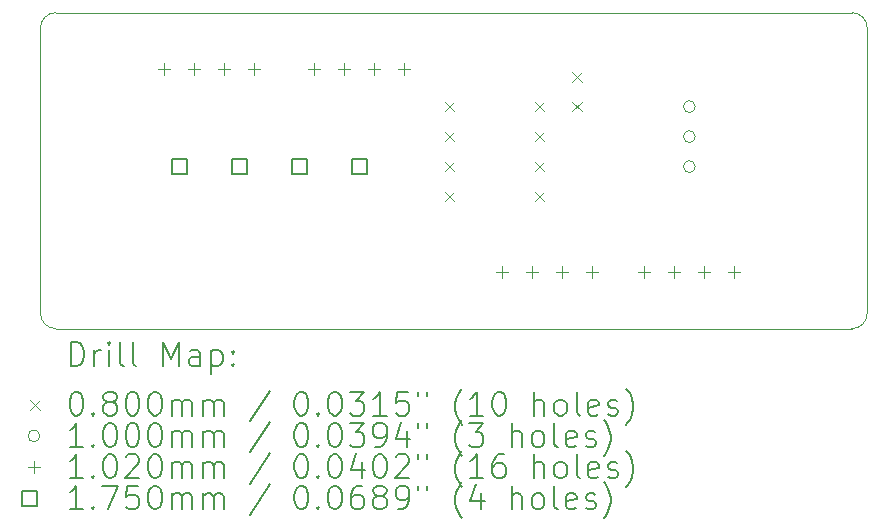
<source format=gbr>
%TF.GenerationSoftware,KiCad,Pcbnew,7.0.7+dfsg-1*%
%TF.CreationDate,2023-09-19T15:46:09+10:00*%
%TF.ProjectId,fan-controller,66616e2d-636f-46e7-9472-6f6c6c65722e,rev?*%
%TF.SameCoordinates,Original*%
%TF.FileFunction,Drillmap*%
%TF.FilePolarity,Positive*%
%FSLAX45Y45*%
G04 Gerber Fmt 4.5, Leading zero omitted, Abs format (unit mm)*
G04 Created by KiCad (PCBNEW 7.0.7+dfsg-1) date 2023-09-19 15:46:09*
%MOMM*%
%LPD*%
G01*
G04 APERTURE LIST*
%ADD10C,0.100000*%
%ADD11C,0.200000*%
%ADD12C,0.080000*%
%ADD13C,0.102000*%
%ADD14C,0.175000*%
G04 APERTURE END LIST*
D10*
X16870000Y-12675000D02*
G75*
G03*
X17000000Y-12545000I0J130000D01*
G01*
X10000000Y-10130000D02*
X10000000Y-12545000D01*
X10130000Y-10000000D02*
G75*
G03*
X10000000Y-10130000I0J-130000D01*
G01*
X16870000Y-10000000D02*
X10130000Y-10000000D01*
X17000000Y-10130000D02*
G75*
G03*
X16870000Y-10000000I-130000J0D01*
G01*
X10130000Y-12675000D02*
X16870000Y-12675000D01*
X17000000Y-12545000D02*
X17000000Y-10130000D01*
X10000000Y-12545000D02*
G75*
G03*
X10130000Y-12675000I130000J0D01*
G01*
D11*
D12*
X13422000Y-10755000D02*
X13502000Y-10835000D01*
X13502000Y-10755000D02*
X13422000Y-10835000D01*
X13422000Y-11009000D02*
X13502000Y-11089000D01*
X13502000Y-11009000D02*
X13422000Y-11089000D01*
X13422000Y-11263000D02*
X13502000Y-11343000D01*
X13502000Y-11263000D02*
X13422000Y-11343000D01*
X13422000Y-11517000D02*
X13502000Y-11597000D01*
X13502000Y-11517000D02*
X13422000Y-11597000D01*
X14184000Y-10755000D02*
X14264000Y-10835000D01*
X14264000Y-10755000D02*
X14184000Y-10835000D01*
X14184000Y-11009000D02*
X14264000Y-11089000D01*
X14264000Y-11009000D02*
X14184000Y-11089000D01*
X14184000Y-11263000D02*
X14264000Y-11343000D01*
X14264000Y-11263000D02*
X14184000Y-11343000D01*
X14184000Y-11517000D02*
X14264000Y-11597000D01*
X14264000Y-11517000D02*
X14184000Y-11597000D01*
X14501500Y-10503000D02*
X14581500Y-10583000D01*
X14581500Y-10503000D02*
X14501500Y-10583000D01*
X14501500Y-10753000D02*
X14581500Y-10833000D01*
X14581500Y-10753000D02*
X14501500Y-10833000D01*
D10*
X15544000Y-10795000D02*
G75*
G03*
X15544000Y-10795000I-50000J0D01*
G01*
X15544000Y-11049000D02*
G75*
G03*
X15544000Y-11049000I-50000J0D01*
G01*
X15544000Y-11303000D02*
G75*
G03*
X15544000Y-11303000I-50000J0D01*
G01*
D13*
X11049000Y-10426500D02*
X11049000Y-10528500D01*
X10998000Y-10477500D02*
X11100000Y-10477500D01*
X11303000Y-10426500D02*
X11303000Y-10528500D01*
X11252000Y-10477500D02*
X11354000Y-10477500D01*
X11557000Y-10426500D02*
X11557000Y-10528500D01*
X11506000Y-10477500D02*
X11608000Y-10477500D01*
X11811000Y-10426500D02*
X11811000Y-10528500D01*
X11760000Y-10477500D02*
X11862000Y-10477500D01*
X12319000Y-10426500D02*
X12319000Y-10528500D01*
X12268000Y-10477500D02*
X12370000Y-10477500D01*
X12573000Y-10426500D02*
X12573000Y-10528500D01*
X12522000Y-10477500D02*
X12624000Y-10477500D01*
X12827000Y-10426500D02*
X12827000Y-10528500D01*
X12776000Y-10477500D02*
X12878000Y-10477500D01*
X13081000Y-10426500D02*
X13081000Y-10528500D01*
X13030000Y-10477500D02*
X13132000Y-10477500D01*
X13906500Y-12141000D02*
X13906500Y-12243000D01*
X13855500Y-12192000D02*
X13957500Y-12192000D01*
X14160500Y-12141000D02*
X14160500Y-12243000D01*
X14109500Y-12192000D02*
X14211500Y-12192000D01*
X14414500Y-12141000D02*
X14414500Y-12243000D01*
X14363500Y-12192000D02*
X14465500Y-12192000D01*
X14668500Y-12141000D02*
X14668500Y-12243000D01*
X14617500Y-12192000D02*
X14719500Y-12192000D01*
X15113000Y-12141000D02*
X15113000Y-12243000D01*
X15062000Y-12192000D02*
X15164000Y-12192000D01*
X15367000Y-12141000D02*
X15367000Y-12243000D01*
X15316000Y-12192000D02*
X15418000Y-12192000D01*
X15621000Y-12141000D02*
X15621000Y-12243000D01*
X15570000Y-12192000D02*
X15672000Y-12192000D01*
X15875000Y-12141000D02*
X15875000Y-12243000D01*
X15824000Y-12192000D02*
X15926000Y-12192000D01*
D14*
X11237872Y-11364872D02*
X11237872Y-11241128D01*
X11114128Y-11241128D01*
X11114128Y-11364872D01*
X11237872Y-11364872D01*
X11745872Y-11364872D02*
X11745872Y-11241128D01*
X11622128Y-11241128D01*
X11622128Y-11364872D01*
X11745872Y-11364872D01*
X12253872Y-11364872D02*
X12253872Y-11241128D01*
X12130128Y-11241128D01*
X12130128Y-11364872D01*
X12253872Y-11364872D01*
X12761872Y-11364872D02*
X12761872Y-11241128D01*
X12638128Y-11241128D01*
X12638128Y-11364872D01*
X12761872Y-11364872D01*
D11*
X10255777Y-12991484D02*
X10255777Y-12791484D01*
X10255777Y-12791484D02*
X10303396Y-12791484D01*
X10303396Y-12791484D02*
X10331967Y-12801008D01*
X10331967Y-12801008D02*
X10351015Y-12820055D01*
X10351015Y-12820055D02*
X10360539Y-12839103D01*
X10360539Y-12839103D02*
X10370063Y-12877198D01*
X10370063Y-12877198D02*
X10370063Y-12905769D01*
X10370063Y-12905769D02*
X10360539Y-12943865D01*
X10360539Y-12943865D02*
X10351015Y-12962912D01*
X10351015Y-12962912D02*
X10331967Y-12981960D01*
X10331967Y-12981960D02*
X10303396Y-12991484D01*
X10303396Y-12991484D02*
X10255777Y-12991484D01*
X10455777Y-12991484D02*
X10455777Y-12858150D01*
X10455777Y-12896246D02*
X10465301Y-12877198D01*
X10465301Y-12877198D02*
X10474824Y-12867674D01*
X10474824Y-12867674D02*
X10493872Y-12858150D01*
X10493872Y-12858150D02*
X10512920Y-12858150D01*
X10579586Y-12991484D02*
X10579586Y-12858150D01*
X10579586Y-12791484D02*
X10570063Y-12801008D01*
X10570063Y-12801008D02*
X10579586Y-12810531D01*
X10579586Y-12810531D02*
X10589110Y-12801008D01*
X10589110Y-12801008D02*
X10579586Y-12791484D01*
X10579586Y-12791484D02*
X10579586Y-12810531D01*
X10703396Y-12991484D02*
X10684348Y-12981960D01*
X10684348Y-12981960D02*
X10674824Y-12962912D01*
X10674824Y-12962912D02*
X10674824Y-12791484D01*
X10808158Y-12991484D02*
X10789110Y-12981960D01*
X10789110Y-12981960D02*
X10779586Y-12962912D01*
X10779586Y-12962912D02*
X10779586Y-12791484D01*
X11036729Y-12991484D02*
X11036729Y-12791484D01*
X11036729Y-12791484D02*
X11103396Y-12934341D01*
X11103396Y-12934341D02*
X11170063Y-12791484D01*
X11170063Y-12791484D02*
X11170063Y-12991484D01*
X11351015Y-12991484D02*
X11351015Y-12886722D01*
X11351015Y-12886722D02*
X11341491Y-12867674D01*
X11341491Y-12867674D02*
X11322443Y-12858150D01*
X11322443Y-12858150D02*
X11284348Y-12858150D01*
X11284348Y-12858150D02*
X11265301Y-12867674D01*
X11351015Y-12981960D02*
X11331967Y-12991484D01*
X11331967Y-12991484D02*
X11284348Y-12991484D01*
X11284348Y-12991484D02*
X11265301Y-12981960D01*
X11265301Y-12981960D02*
X11255777Y-12962912D01*
X11255777Y-12962912D02*
X11255777Y-12943865D01*
X11255777Y-12943865D02*
X11265301Y-12924817D01*
X11265301Y-12924817D02*
X11284348Y-12915293D01*
X11284348Y-12915293D02*
X11331967Y-12915293D01*
X11331967Y-12915293D02*
X11351015Y-12905769D01*
X11446253Y-12858150D02*
X11446253Y-13058150D01*
X11446253Y-12867674D02*
X11465301Y-12858150D01*
X11465301Y-12858150D02*
X11503396Y-12858150D01*
X11503396Y-12858150D02*
X11522443Y-12867674D01*
X11522443Y-12867674D02*
X11531967Y-12877198D01*
X11531967Y-12877198D02*
X11541491Y-12896246D01*
X11541491Y-12896246D02*
X11541491Y-12953388D01*
X11541491Y-12953388D02*
X11531967Y-12972436D01*
X11531967Y-12972436D02*
X11522443Y-12981960D01*
X11522443Y-12981960D02*
X11503396Y-12991484D01*
X11503396Y-12991484D02*
X11465301Y-12991484D01*
X11465301Y-12991484D02*
X11446253Y-12981960D01*
X11627205Y-12972436D02*
X11636729Y-12981960D01*
X11636729Y-12981960D02*
X11627205Y-12991484D01*
X11627205Y-12991484D02*
X11617682Y-12981960D01*
X11617682Y-12981960D02*
X11627205Y-12972436D01*
X11627205Y-12972436D02*
X11627205Y-12991484D01*
X11627205Y-12867674D02*
X11636729Y-12877198D01*
X11636729Y-12877198D02*
X11627205Y-12886722D01*
X11627205Y-12886722D02*
X11617682Y-12877198D01*
X11617682Y-12877198D02*
X11627205Y-12867674D01*
X11627205Y-12867674D02*
X11627205Y-12886722D01*
D12*
X9915000Y-13280000D02*
X9995000Y-13360000D01*
X9995000Y-13280000D02*
X9915000Y-13360000D01*
D11*
X10293872Y-13211484D02*
X10312920Y-13211484D01*
X10312920Y-13211484D02*
X10331967Y-13221008D01*
X10331967Y-13221008D02*
X10341491Y-13230531D01*
X10341491Y-13230531D02*
X10351015Y-13249579D01*
X10351015Y-13249579D02*
X10360539Y-13287674D01*
X10360539Y-13287674D02*
X10360539Y-13335293D01*
X10360539Y-13335293D02*
X10351015Y-13373388D01*
X10351015Y-13373388D02*
X10341491Y-13392436D01*
X10341491Y-13392436D02*
X10331967Y-13401960D01*
X10331967Y-13401960D02*
X10312920Y-13411484D01*
X10312920Y-13411484D02*
X10293872Y-13411484D01*
X10293872Y-13411484D02*
X10274824Y-13401960D01*
X10274824Y-13401960D02*
X10265301Y-13392436D01*
X10265301Y-13392436D02*
X10255777Y-13373388D01*
X10255777Y-13373388D02*
X10246253Y-13335293D01*
X10246253Y-13335293D02*
X10246253Y-13287674D01*
X10246253Y-13287674D02*
X10255777Y-13249579D01*
X10255777Y-13249579D02*
X10265301Y-13230531D01*
X10265301Y-13230531D02*
X10274824Y-13221008D01*
X10274824Y-13221008D02*
X10293872Y-13211484D01*
X10446253Y-13392436D02*
X10455777Y-13401960D01*
X10455777Y-13401960D02*
X10446253Y-13411484D01*
X10446253Y-13411484D02*
X10436729Y-13401960D01*
X10436729Y-13401960D02*
X10446253Y-13392436D01*
X10446253Y-13392436D02*
X10446253Y-13411484D01*
X10570063Y-13297198D02*
X10551015Y-13287674D01*
X10551015Y-13287674D02*
X10541491Y-13278150D01*
X10541491Y-13278150D02*
X10531967Y-13259103D01*
X10531967Y-13259103D02*
X10531967Y-13249579D01*
X10531967Y-13249579D02*
X10541491Y-13230531D01*
X10541491Y-13230531D02*
X10551015Y-13221008D01*
X10551015Y-13221008D02*
X10570063Y-13211484D01*
X10570063Y-13211484D02*
X10608158Y-13211484D01*
X10608158Y-13211484D02*
X10627205Y-13221008D01*
X10627205Y-13221008D02*
X10636729Y-13230531D01*
X10636729Y-13230531D02*
X10646253Y-13249579D01*
X10646253Y-13249579D02*
X10646253Y-13259103D01*
X10646253Y-13259103D02*
X10636729Y-13278150D01*
X10636729Y-13278150D02*
X10627205Y-13287674D01*
X10627205Y-13287674D02*
X10608158Y-13297198D01*
X10608158Y-13297198D02*
X10570063Y-13297198D01*
X10570063Y-13297198D02*
X10551015Y-13306722D01*
X10551015Y-13306722D02*
X10541491Y-13316246D01*
X10541491Y-13316246D02*
X10531967Y-13335293D01*
X10531967Y-13335293D02*
X10531967Y-13373388D01*
X10531967Y-13373388D02*
X10541491Y-13392436D01*
X10541491Y-13392436D02*
X10551015Y-13401960D01*
X10551015Y-13401960D02*
X10570063Y-13411484D01*
X10570063Y-13411484D02*
X10608158Y-13411484D01*
X10608158Y-13411484D02*
X10627205Y-13401960D01*
X10627205Y-13401960D02*
X10636729Y-13392436D01*
X10636729Y-13392436D02*
X10646253Y-13373388D01*
X10646253Y-13373388D02*
X10646253Y-13335293D01*
X10646253Y-13335293D02*
X10636729Y-13316246D01*
X10636729Y-13316246D02*
X10627205Y-13306722D01*
X10627205Y-13306722D02*
X10608158Y-13297198D01*
X10770063Y-13211484D02*
X10789110Y-13211484D01*
X10789110Y-13211484D02*
X10808158Y-13221008D01*
X10808158Y-13221008D02*
X10817682Y-13230531D01*
X10817682Y-13230531D02*
X10827205Y-13249579D01*
X10827205Y-13249579D02*
X10836729Y-13287674D01*
X10836729Y-13287674D02*
X10836729Y-13335293D01*
X10836729Y-13335293D02*
X10827205Y-13373388D01*
X10827205Y-13373388D02*
X10817682Y-13392436D01*
X10817682Y-13392436D02*
X10808158Y-13401960D01*
X10808158Y-13401960D02*
X10789110Y-13411484D01*
X10789110Y-13411484D02*
X10770063Y-13411484D01*
X10770063Y-13411484D02*
X10751015Y-13401960D01*
X10751015Y-13401960D02*
X10741491Y-13392436D01*
X10741491Y-13392436D02*
X10731967Y-13373388D01*
X10731967Y-13373388D02*
X10722444Y-13335293D01*
X10722444Y-13335293D02*
X10722444Y-13287674D01*
X10722444Y-13287674D02*
X10731967Y-13249579D01*
X10731967Y-13249579D02*
X10741491Y-13230531D01*
X10741491Y-13230531D02*
X10751015Y-13221008D01*
X10751015Y-13221008D02*
X10770063Y-13211484D01*
X10960539Y-13211484D02*
X10979586Y-13211484D01*
X10979586Y-13211484D02*
X10998634Y-13221008D01*
X10998634Y-13221008D02*
X11008158Y-13230531D01*
X11008158Y-13230531D02*
X11017682Y-13249579D01*
X11017682Y-13249579D02*
X11027205Y-13287674D01*
X11027205Y-13287674D02*
X11027205Y-13335293D01*
X11027205Y-13335293D02*
X11017682Y-13373388D01*
X11017682Y-13373388D02*
X11008158Y-13392436D01*
X11008158Y-13392436D02*
X10998634Y-13401960D01*
X10998634Y-13401960D02*
X10979586Y-13411484D01*
X10979586Y-13411484D02*
X10960539Y-13411484D01*
X10960539Y-13411484D02*
X10941491Y-13401960D01*
X10941491Y-13401960D02*
X10931967Y-13392436D01*
X10931967Y-13392436D02*
X10922444Y-13373388D01*
X10922444Y-13373388D02*
X10912920Y-13335293D01*
X10912920Y-13335293D02*
X10912920Y-13287674D01*
X10912920Y-13287674D02*
X10922444Y-13249579D01*
X10922444Y-13249579D02*
X10931967Y-13230531D01*
X10931967Y-13230531D02*
X10941491Y-13221008D01*
X10941491Y-13221008D02*
X10960539Y-13211484D01*
X11112920Y-13411484D02*
X11112920Y-13278150D01*
X11112920Y-13297198D02*
X11122444Y-13287674D01*
X11122444Y-13287674D02*
X11141491Y-13278150D01*
X11141491Y-13278150D02*
X11170063Y-13278150D01*
X11170063Y-13278150D02*
X11189110Y-13287674D01*
X11189110Y-13287674D02*
X11198634Y-13306722D01*
X11198634Y-13306722D02*
X11198634Y-13411484D01*
X11198634Y-13306722D02*
X11208158Y-13287674D01*
X11208158Y-13287674D02*
X11227205Y-13278150D01*
X11227205Y-13278150D02*
X11255777Y-13278150D01*
X11255777Y-13278150D02*
X11274824Y-13287674D01*
X11274824Y-13287674D02*
X11284348Y-13306722D01*
X11284348Y-13306722D02*
X11284348Y-13411484D01*
X11379586Y-13411484D02*
X11379586Y-13278150D01*
X11379586Y-13297198D02*
X11389110Y-13287674D01*
X11389110Y-13287674D02*
X11408158Y-13278150D01*
X11408158Y-13278150D02*
X11436729Y-13278150D01*
X11436729Y-13278150D02*
X11455777Y-13287674D01*
X11455777Y-13287674D02*
X11465301Y-13306722D01*
X11465301Y-13306722D02*
X11465301Y-13411484D01*
X11465301Y-13306722D02*
X11474824Y-13287674D01*
X11474824Y-13287674D02*
X11493872Y-13278150D01*
X11493872Y-13278150D02*
X11522443Y-13278150D01*
X11522443Y-13278150D02*
X11541491Y-13287674D01*
X11541491Y-13287674D02*
X11551015Y-13306722D01*
X11551015Y-13306722D02*
X11551015Y-13411484D01*
X11941491Y-13201960D02*
X11770063Y-13459103D01*
X12198634Y-13211484D02*
X12217682Y-13211484D01*
X12217682Y-13211484D02*
X12236729Y-13221008D01*
X12236729Y-13221008D02*
X12246253Y-13230531D01*
X12246253Y-13230531D02*
X12255777Y-13249579D01*
X12255777Y-13249579D02*
X12265301Y-13287674D01*
X12265301Y-13287674D02*
X12265301Y-13335293D01*
X12265301Y-13335293D02*
X12255777Y-13373388D01*
X12255777Y-13373388D02*
X12246253Y-13392436D01*
X12246253Y-13392436D02*
X12236729Y-13401960D01*
X12236729Y-13401960D02*
X12217682Y-13411484D01*
X12217682Y-13411484D02*
X12198634Y-13411484D01*
X12198634Y-13411484D02*
X12179586Y-13401960D01*
X12179586Y-13401960D02*
X12170063Y-13392436D01*
X12170063Y-13392436D02*
X12160539Y-13373388D01*
X12160539Y-13373388D02*
X12151015Y-13335293D01*
X12151015Y-13335293D02*
X12151015Y-13287674D01*
X12151015Y-13287674D02*
X12160539Y-13249579D01*
X12160539Y-13249579D02*
X12170063Y-13230531D01*
X12170063Y-13230531D02*
X12179586Y-13221008D01*
X12179586Y-13221008D02*
X12198634Y-13211484D01*
X12351015Y-13392436D02*
X12360539Y-13401960D01*
X12360539Y-13401960D02*
X12351015Y-13411484D01*
X12351015Y-13411484D02*
X12341491Y-13401960D01*
X12341491Y-13401960D02*
X12351015Y-13392436D01*
X12351015Y-13392436D02*
X12351015Y-13411484D01*
X12484348Y-13211484D02*
X12503396Y-13211484D01*
X12503396Y-13211484D02*
X12522444Y-13221008D01*
X12522444Y-13221008D02*
X12531967Y-13230531D01*
X12531967Y-13230531D02*
X12541491Y-13249579D01*
X12541491Y-13249579D02*
X12551015Y-13287674D01*
X12551015Y-13287674D02*
X12551015Y-13335293D01*
X12551015Y-13335293D02*
X12541491Y-13373388D01*
X12541491Y-13373388D02*
X12531967Y-13392436D01*
X12531967Y-13392436D02*
X12522444Y-13401960D01*
X12522444Y-13401960D02*
X12503396Y-13411484D01*
X12503396Y-13411484D02*
X12484348Y-13411484D01*
X12484348Y-13411484D02*
X12465301Y-13401960D01*
X12465301Y-13401960D02*
X12455777Y-13392436D01*
X12455777Y-13392436D02*
X12446253Y-13373388D01*
X12446253Y-13373388D02*
X12436729Y-13335293D01*
X12436729Y-13335293D02*
X12436729Y-13287674D01*
X12436729Y-13287674D02*
X12446253Y-13249579D01*
X12446253Y-13249579D02*
X12455777Y-13230531D01*
X12455777Y-13230531D02*
X12465301Y-13221008D01*
X12465301Y-13221008D02*
X12484348Y-13211484D01*
X12617682Y-13211484D02*
X12741491Y-13211484D01*
X12741491Y-13211484D02*
X12674825Y-13287674D01*
X12674825Y-13287674D02*
X12703396Y-13287674D01*
X12703396Y-13287674D02*
X12722444Y-13297198D01*
X12722444Y-13297198D02*
X12731967Y-13306722D01*
X12731967Y-13306722D02*
X12741491Y-13325769D01*
X12741491Y-13325769D02*
X12741491Y-13373388D01*
X12741491Y-13373388D02*
X12731967Y-13392436D01*
X12731967Y-13392436D02*
X12722444Y-13401960D01*
X12722444Y-13401960D02*
X12703396Y-13411484D01*
X12703396Y-13411484D02*
X12646253Y-13411484D01*
X12646253Y-13411484D02*
X12627206Y-13401960D01*
X12627206Y-13401960D02*
X12617682Y-13392436D01*
X12931967Y-13411484D02*
X12817682Y-13411484D01*
X12874825Y-13411484D02*
X12874825Y-13211484D01*
X12874825Y-13211484D02*
X12855777Y-13240055D01*
X12855777Y-13240055D02*
X12836729Y-13259103D01*
X12836729Y-13259103D02*
X12817682Y-13268627D01*
X13112920Y-13211484D02*
X13017682Y-13211484D01*
X13017682Y-13211484D02*
X13008158Y-13306722D01*
X13008158Y-13306722D02*
X13017682Y-13297198D01*
X13017682Y-13297198D02*
X13036729Y-13287674D01*
X13036729Y-13287674D02*
X13084348Y-13287674D01*
X13084348Y-13287674D02*
X13103396Y-13297198D01*
X13103396Y-13297198D02*
X13112920Y-13306722D01*
X13112920Y-13306722D02*
X13122444Y-13325769D01*
X13122444Y-13325769D02*
X13122444Y-13373388D01*
X13122444Y-13373388D02*
X13112920Y-13392436D01*
X13112920Y-13392436D02*
X13103396Y-13401960D01*
X13103396Y-13401960D02*
X13084348Y-13411484D01*
X13084348Y-13411484D02*
X13036729Y-13411484D01*
X13036729Y-13411484D02*
X13017682Y-13401960D01*
X13017682Y-13401960D02*
X13008158Y-13392436D01*
X13198634Y-13211484D02*
X13198634Y-13249579D01*
X13274825Y-13211484D02*
X13274825Y-13249579D01*
X13570063Y-13487674D02*
X13560539Y-13478150D01*
X13560539Y-13478150D02*
X13541491Y-13449579D01*
X13541491Y-13449579D02*
X13531968Y-13430531D01*
X13531968Y-13430531D02*
X13522444Y-13401960D01*
X13522444Y-13401960D02*
X13512920Y-13354341D01*
X13512920Y-13354341D02*
X13512920Y-13316246D01*
X13512920Y-13316246D02*
X13522444Y-13268627D01*
X13522444Y-13268627D02*
X13531968Y-13240055D01*
X13531968Y-13240055D02*
X13541491Y-13221008D01*
X13541491Y-13221008D02*
X13560539Y-13192436D01*
X13560539Y-13192436D02*
X13570063Y-13182912D01*
X13751015Y-13411484D02*
X13636729Y-13411484D01*
X13693872Y-13411484D02*
X13693872Y-13211484D01*
X13693872Y-13211484D02*
X13674825Y-13240055D01*
X13674825Y-13240055D02*
X13655777Y-13259103D01*
X13655777Y-13259103D02*
X13636729Y-13268627D01*
X13874825Y-13211484D02*
X13893872Y-13211484D01*
X13893872Y-13211484D02*
X13912920Y-13221008D01*
X13912920Y-13221008D02*
X13922444Y-13230531D01*
X13922444Y-13230531D02*
X13931968Y-13249579D01*
X13931968Y-13249579D02*
X13941491Y-13287674D01*
X13941491Y-13287674D02*
X13941491Y-13335293D01*
X13941491Y-13335293D02*
X13931968Y-13373388D01*
X13931968Y-13373388D02*
X13922444Y-13392436D01*
X13922444Y-13392436D02*
X13912920Y-13401960D01*
X13912920Y-13401960D02*
X13893872Y-13411484D01*
X13893872Y-13411484D02*
X13874825Y-13411484D01*
X13874825Y-13411484D02*
X13855777Y-13401960D01*
X13855777Y-13401960D02*
X13846253Y-13392436D01*
X13846253Y-13392436D02*
X13836729Y-13373388D01*
X13836729Y-13373388D02*
X13827206Y-13335293D01*
X13827206Y-13335293D02*
X13827206Y-13287674D01*
X13827206Y-13287674D02*
X13836729Y-13249579D01*
X13836729Y-13249579D02*
X13846253Y-13230531D01*
X13846253Y-13230531D02*
X13855777Y-13221008D01*
X13855777Y-13221008D02*
X13874825Y-13211484D01*
X14179587Y-13411484D02*
X14179587Y-13211484D01*
X14265301Y-13411484D02*
X14265301Y-13306722D01*
X14265301Y-13306722D02*
X14255777Y-13287674D01*
X14255777Y-13287674D02*
X14236730Y-13278150D01*
X14236730Y-13278150D02*
X14208158Y-13278150D01*
X14208158Y-13278150D02*
X14189110Y-13287674D01*
X14189110Y-13287674D02*
X14179587Y-13297198D01*
X14389110Y-13411484D02*
X14370063Y-13401960D01*
X14370063Y-13401960D02*
X14360539Y-13392436D01*
X14360539Y-13392436D02*
X14351015Y-13373388D01*
X14351015Y-13373388D02*
X14351015Y-13316246D01*
X14351015Y-13316246D02*
X14360539Y-13297198D01*
X14360539Y-13297198D02*
X14370063Y-13287674D01*
X14370063Y-13287674D02*
X14389110Y-13278150D01*
X14389110Y-13278150D02*
X14417682Y-13278150D01*
X14417682Y-13278150D02*
X14436730Y-13287674D01*
X14436730Y-13287674D02*
X14446253Y-13297198D01*
X14446253Y-13297198D02*
X14455777Y-13316246D01*
X14455777Y-13316246D02*
X14455777Y-13373388D01*
X14455777Y-13373388D02*
X14446253Y-13392436D01*
X14446253Y-13392436D02*
X14436730Y-13401960D01*
X14436730Y-13401960D02*
X14417682Y-13411484D01*
X14417682Y-13411484D02*
X14389110Y-13411484D01*
X14570063Y-13411484D02*
X14551015Y-13401960D01*
X14551015Y-13401960D02*
X14541491Y-13382912D01*
X14541491Y-13382912D02*
X14541491Y-13211484D01*
X14722444Y-13401960D02*
X14703396Y-13411484D01*
X14703396Y-13411484D02*
X14665301Y-13411484D01*
X14665301Y-13411484D02*
X14646253Y-13401960D01*
X14646253Y-13401960D02*
X14636730Y-13382912D01*
X14636730Y-13382912D02*
X14636730Y-13306722D01*
X14636730Y-13306722D02*
X14646253Y-13287674D01*
X14646253Y-13287674D02*
X14665301Y-13278150D01*
X14665301Y-13278150D02*
X14703396Y-13278150D01*
X14703396Y-13278150D02*
X14722444Y-13287674D01*
X14722444Y-13287674D02*
X14731968Y-13306722D01*
X14731968Y-13306722D02*
X14731968Y-13325769D01*
X14731968Y-13325769D02*
X14636730Y-13344817D01*
X14808158Y-13401960D02*
X14827206Y-13411484D01*
X14827206Y-13411484D02*
X14865301Y-13411484D01*
X14865301Y-13411484D02*
X14884349Y-13401960D01*
X14884349Y-13401960D02*
X14893872Y-13382912D01*
X14893872Y-13382912D02*
X14893872Y-13373388D01*
X14893872Y-13373388D02*
X14884349Y-13354341D01*
X14884349Y-13354341D02*
X14865301Y-13344817D01*
X14865301Y-13344817D02*
X14836730Y-13344817D01*
X14836730Y-13344817D02*
X14817682Y-13335293D01*
X14817682Y-13335293D02*
X14808158Y-13316246D01*
X14808158Y-13316246D02*
X14808158Y-13306722D01*
X14808158Y-13306722D02*
X14817682Y-13287674D01*
X14817682Y-13287674D02*
X14836730Y-13278150D01*
X14836730Y-13278150D02*
X14865301Y-13278150D01*
X14865301Y-13278150D02*
X14884349Y-13287674D01*
X14960539Y-13487674D02*
X14970063Y-13478150D01*
X14970063Y-13478150D02*
X14989111Y-13449579D01*
X14989111Y-13449579D02*
X14998634Y-13430531D01*
X14998634Y-13430531D02*
X15008158Y-13401960D01*
X15008158Y-13401960D02*
X15017682Y-13354341D01*
X15017682Y-13354341D02*
X15017682Y-13316246D01*
X15017682Y-13316246D02*
X15008158Y-13268627D01*
X15008158Y-13268627D02*
X14998634Y-13240055D01*
X14998634Y-13240055D02*
X14989111Y-13221008D01*
X14989111Y-13221008D02*
X14970063Y-13192436D01*
X14970063Y-13192436D02*
X14960539Y-13182912D01*
D10*
X9995000Y-13584000D02*
G75*
G03*
X9995000Y-13584000I-50000J0D01*
G01*
D11*
X10360539Y-13675484D02*
X10246253Y-13675484D01*
X10303396Y-13675484D02*
X10303396Y-13475484D01*
X10303396Y-13475484D02*
X10284348Y-13504055D01*
X10284348Y-13504055D02*
X10265301Y-13523103D01*
X10265301Y-13523103D02*
X10246253Y-13532627D01*
X10446253Y-13656436D02*
X10455777Y-13665960D01*
X10455777Y-13665960D02*
X10446253Y-13675484D01*
X10446253Y-13675484D02*
X10436729Y-13665960D01*
X10436729Y-13665960D02*
X10446253Y-13656436D01*
X10446253Y-13656436D02*
X10446253Y-13675484D01*
X10579586Y-13475484D02*
X10598634Y-13475484D01*
X10598634Y-13475484D02*
X10617682Y-13485008D01*
X10617682Y-13485008D02*
X10627205Y-13494531D01*
X10627205Y-13494531D02*
X10636729Y-13513579D01*
X10636729Y-13513579D02*
X10646253Y-13551674D01*
X10646253Y-13551674D02*
X10646253Y-13599293D01*
X10646253Y-13599293D02*
X10636729Y-13637388D01*
X10636729Y-13637388D02*
X10627205Y-13656436D01*
X10627205Y-13656436D02*
X10617682Y-13665960D01*
X10617682Y-13665960D02*
X10598634Y-13675484D01*
X10598634Y-13675484D02*
X10579586Y-13675484D01*
X10579586Y-13675484D02*
X10560539Y-13665960D01*
X10560539Y-13665960D02*
X10551015Y-13656436D01*
X10551015Y-13656436D02*
X10541491Y-13637388D01*
X10541491Y-13637388D02*
X10531967Y-13599293D01*
X10531967Y-13599293D02*
X10531967Y-13551674D01*
X10531967Y-13551674D02*
X10541491Y-13513579D01*
X10541491Y-13513579D02*
X10551015Y-13494531D01*
X10551015Y-13494531D02*
X10560539Y-13485008D01*
X10560539Y-13485008D02*
X10579586Y-13475484D01*
X10770063Y-13475484D02*
X10789110Y-13475484D01*
X10789110Y-13475484D02*
X10808158Y-13485008D01*
X10808158Y-13485008D02*
X10817682Y-13494531D01*
X10817682Y-13494531D02*
X10827205Y-13513579D01*
X10827205Y-13513579D02*
X10836729Y-13551674D01*
X10836729Y-13551674D02*
X10836729Y-13599293D01*
X10836729Y-13599293D02*
X10827205Y-13637388D01*
X10827205Y-13637388D02*
X10817682Y-13656436D01*
X10817682Y-13656436D02*
X10808158Y-13665960D01*
X10808158Y-13665960D02*
X10789110Y-13675484D01*
X10789110Y-13675484D02*
X10770063Y-13675484D01*
X10770063Y-13675484D02*
X10751015Y-13665960D01*
X10751015Y-13665960D02*
X10741491Y-13656436D01*
X10741491Y-13656436D02*
X10731967Y-13637388D01*
X10731967Y-13637388D02*
X10722444Y-13599293D01*
X10722444Y-13599293D02*
X10722444Y-13551674D01*
X10722444Y-13551674D02*
X10731967Y-13513579D01*
X10731967Y-13513579D02*
X10741491Y-13494531D01*
X10741491Y-13494531D02*
X10751015Y-13485008D01*
X10751015Y-13485008D02*
X10770063Y-13475484D01*
X10960539Y-13475484D02*
X10979586Y-13475484D01*
X10979586Y-13475484D02*
X10998634Y-13485008D01*
X10998634Y-13485008D02*
X11008158Y-13494531D01*
X11008158Y-13494531D02*
X11017682Y-13513579D01*
X11017682Y-13513579D02*
X11027205Y-13551674D01*
X11027205Y-13551674D02*
X11027205Y-13599293D01*
X11027205Y-13599293D02*
X11017682Y-13637388D01*
X11017682Y-13637388D02*
X11008158Y-13656436D01*
X11008158Y-13656436D02*
X10998634Y-13665960D01*
X10998634Y-13665960D02*
X10979586Y-13675484D01*
X10979586Y-13675484D02*
X10960539Y-13675484D01*
X10960539Y-13675484D02*
X10941491Y-13665960D01*
X10941491Y-13665960D02*
X10931967Y-13656436D01*
X10931967Y-13656436D02*
X10922444Y-13637388D01*
X10922444Y-13637388D02*
X10912920Y-13599293D01*
X10912920Y-13599293D02*
X10912920Y-13551674D01*
X10912920Y-13551674D02*
X10922444Y-13513579D01*
X10922444Y-13513579D02*
X10931967Y-13494531D01*
X10931967Y-13494531D02*
X10941491Y-13485008D01*
X10941491Y-13485008D02*
X10960539Y-13475484D01*
X11112920Y-13675484D02*
X11112920Y-13542150D01*
X11112920Y-13561198D02*
X11122444Y-13551674D01*
X11122444Y-13551674D02*
X11141491Y-13542150D01*
X11141491Y-13542150D02*
X11170063Y-13542150D01*
X11170063Y-13542150D02*
X11189110Y-13551674D01*
X11189110Y-13551674D02*
X11198634Y-13570722D01*
X11198634Y-13570722D02*
X11198634Y-13675484D01*
X11198634Y-13570722D02*
X11208158Y-13551674D01*
X11208158Y-13551674D02*
X11227205Y-13542150D01*
X11227205Y-13542150D02*
X11255777Y-13542150D01*
X11255777Y-13542150D02*
X11274824Y-13551674D01*
X11274824Y-13551674D02*
X11284348Y-13570722D01*
X11284348Y-13570722D02*
X11284348Y-13675484D01*
X11379586Y-13675484D02*
X11379586Y-13542150D01*
X11379586Y-13561198D02*
X11389110Y-13551674D01*
X11389110Y-13551674D02*
X11408158Y-13542150D01*
X11408158Y-13542150D02*
X11436729Y-13542150D01*
X11436729Y-13542150D02*
X11455777Y-13551674D01*
X11455777Y-13551674D02*
X11465301Y-13570722D01*
X11465301Y-13570722D02*
X11465301Y-13675484D01*
X11465301Y-13570722D02*
X11474824Y-13551674D01*
X11474824Y-13551674D02*
X11493872Y-13542150D01*
X11493872Y-13542150D02*
X11522443Y-13542150D01*
X11522443Y-13542150D02*
X11541491Y-13551674D01*
X11541491Y-13551674D02*
X11551015Y-13570722D01*
X11551015Y-13570722D02*
X11551015Y-13675484D01*
X11941491Y-13465960D02*
X11770063Y-13723103D01*
X12198634Y-13475484D02*
X12217682Y-13475484D01*
X12217682Y-13475484D02*
X12236729Y-13485008D01*
X12236729Y-13485008D02*
X12246253Y-13494531D01*
X12246253Y-13494531D02*
X12255777Y-13513579D01*
X12255777Y-13513579D02*
X12265301Y-13551674D01*
X12265301Y-13551674D02*
X12265301Y-13599293D01*
X12265301Y-13599293D02*
X12255777Y-13637388D01*
X12255777Y-13637388D02*
X12246253Y-13656436D01*
X12246253Y-13656436D02*
X12236729Y-13665960D01*
X12236729Y-13665960D02*
X12217682Y-13675484D01*
X12217682Y-13675484D02*
X12198634Y-13675484D01*
X12198634Y-13675484D02*
X12179586Y-13665960D01*
X12179586Y-13665960D02*
X12170063Y-13656436D01*
X12170063Y-13656436D02*
X12160539Y-13637388D01*
X12160539Y-13637388D02*
X12151015Y-13599293D01*
X12151015Y-13599293D02*
X12151015Y-13551674D01*
X12151015Y-13551674D02*
X12160539Y-13513579D01*
X12160539Y-13513579D02*
X12170063Y-13494531D01*
X12170063Y-13494531D02*
X12179586Y-13485008D01*
X12179586Y-13485008D02*
X12198634Y-13475484D01*
X12351015Y-13656436D02*
X12360539Y-13665960D01*
X12360539Y-13665960D02*
X12351015Y-13675484D01*
X12351015Y-13675484D02*
X12341491Y-13665960D01*
X12341491Y-13665960D02*
X12351015Y-13656436D01*
X12351015Y-13656436D02*
X12351015Y-13675484D01*
X12484348Y-13475484D02*
X12503396Y-13475484D01*
X12503396Y-13475484D02*
X12522444Y-13485008D01*
X12522444Y-13485008D02*
X12531967Y-13494531D01*
X12531967Y-13494531D02*
X12541491Y-13513579D01*
X12541491Y-13513579D02*
X12551015Y-13551674D01*
X12551015Y-13551674D02*
X12551015Y-13599293D01*
X12551015Y-13599293D02*
X12541491Y-13637388D01*
X12541491Y-13637388D02*
X12531967Y-13656436D01*
X12531967Y-13656436D02*
X12522444Y-13665960D01*
X12522444Y-13665960D02*
X12503396Y-13675484D01*
X12503396Y-13675484D02*
X12484348Y-13675484D01*
X12484348Y-13675484D02*
X12465301Y-13665960D01*
X12465301Y-13665960D02*
X12455777Y-13656436D01*
X12455777Y-13656436D02*
X12446253Y-13637388D01*
X12446253Y-13637388D02*
X12436729Y-13599293D01*
X12436729Y-13599293D02*
X12436729Y-13551674D01*
X12436729Y-13551674D02*
X12446253Y-13513579D01*
X12446253Y-13513579D02*
X12455777Y-13494531D01*
X12455777Y-13494531D02*
X12465301Y-13485008D01*
X12465301Y-13485008D02*
X12484348Y-13475484D01*
X12617682Y-13475484D02*
X12741491Y-13475484D01*
X12741491Y-13475484D02*
X12674825Y-13551674D01*
X12674825Y-13551674D02*
X12703396Y-13551674D01*
X12703396Y-13551674D02*
X12722444Y-13561198D01*
X12722444Y-13561198D02*
X12731967Y-13570722D01*
X12731967Y-13570722D02*
X12741491Y-13589769D01*
X12741491Y-13589769D02*
X12741491Y-13637388D01*
X12741491Y-13637388D02*
X12731967Y-13656436D01*
X12731967Y-13656436D02*
X12722444Y-13665960D01*
X12722444Y-13665960D02*
X12703396Y-13675484D01*
X12703396Y-13675484D02*
X12646253Y-13675484D01*
X12646253Y-13675484D02*
X12627206Y-13665960D01*
X12627206Y-13665960D02*
X12617682Y-13656436D01*
X12836729Y-13675484D02*
X12874825Y-13675484D01*
X12874825Y-13675484D02*
X12893872Y-13665960D01*
X12893872Y-13665960D02*
X12903396Y-13656436D01*
X12903396Y-13656436D02*
X12922444Y-13627865D01*
X12922444Y-13627865D02*
X12931967Y-13589769D01*
X12931967Y-13589769D02*
X12931967Y-13513579D01*
X12931967Y-13513579D02*
X12922444Y-13494531D01*
X12922444Y-13494531D02*
X12912920Y-13485008D01*
X12912920Y-13485008D02*
X12893872Y-13475484D01*
X12893872Y-13475484D02*
X12855777Y-13475484D01*
X12855777Y-13475484D02*
X12836729Y-13485008D01*
X12836729Y-13485008D02*
X12827206Y-13494531D01*
X12827206Y-13494531D02*
X12817682Y-13513579D01*
X12817682Y-13513579D02*
X12817682Y-13561198D01*
X12817682Y-13561198D02*
X12827206Y-13580246D01*
X12827206Y-13580246D02*
X12836729Y-13589769D01*
X12836729Y-13589769D02*
X12855777Y-13599293D01*
X12855777Y-13599293D02*
X12893872Y-13599293D01*
X12893872Y-13599293D02*
X12912920Y-13589769D01*
X12912920Y-13589769D02*
X12922444Y-13580246D01*
X12922444Y-13580246D02*
X12931967Y-13561198D01*
X13103396Y-13542150D02*
X13103396Y-13675484D01*
X13055777Y-13465960D02*
X13008158Y-13608817D01*
X13008158Y-13608817D02*
X13131967Y-13608817D01*
X13198634Y-13475484D02*
X13198634Y-13513579D01*
X13274825Y-13475484D02*
X13274825Y-13513579D01*
X13570063Y-13751674D02*
X13560539Y-13742150D01*
X13560539Y-13742150D02*
X13541491Y-13713579D01*
X13541491Y-13713579D02*
X13531968Y-13694531D01*
X13531968Y-13694531D02*
X13522444Y-13665960D01*
X13522444Y-13665960D02*
X13512920Y-13618341D01*
X13512920Y-13618341D02*
X13512920Y-13580246D01*
X13512920Y-13580246D02*
X13522444Y-13532627D01*
X13522444Y-13532627D02*
X13531968Y-13504055D01*
X13531968Y-13504055D02*
X13541491Y-13485008D01*
X13541491Y-13485008D02*
X13560539Y-13456436D01*
X13560539Y-13456436D02*
X13570063Y-13446912D01*
X13627206Y-13475484D02*
X13751015Y-13475484D01*
X13751015Y-13475484D02*
X13684348Y-13551674D01*
X13684348Y-13551674D02*
X13712920Y-13551674D01*
X13712920Y-13551674D02*
X13731968Y-13561198D01*
X13731968Y-13561198D02*
X13741491Y-13570722D01*
X13741491Y-13570722D02*
X13751015Y-13589769D01*
X13751015Y-13589769D02*
X13751015Y-13637388D01*
X13751015Y-13637388D02*
X13741491Y-13656436D01*
X13741491Y-13656436D02*
X13731968Y-13665960D01*
X13731968Y-13665960D02*
X13712920Y-13675484D01*
X13712920Y-13675484D02*
X13655777Y-13675484D01*
X13655777Y-13675484D02*
X13636729Y-13665960D01*
X13636729Y-13665960D02*
X13627206Y-13656436D01*
X13989110Y-13675484D02*
X13989110Y-13475484D01*
X14074825Y-13675484D02*
X14074825Y-13570722D01*
X14074825Y-13570722D02*
X14065301Y-13551674D01*
X14065301Y-13551674D02*
X14046253Y-13542150D01*
X14046253Y-13542150D02*
X14017682Y-13542150D01*
X14017682Y-13542150D02*
X13998634Y-13551674D01*
X13998634Y-13551674D02*
X13989110Y-13561198D01*
X14198634Y-13675484D02*
X14179587Y-13665960D01*
X14179587Y-13665960D02*
X14170063Y-13656436D01*
X14170063Y-13656436D02*
X14160539Y-13637388D01*
X14160539Y-13637388D02*
X14160539Y-13580246D01*
X14160539Y-13580246D02*
X14170063Y-13561198D01*
X14170063Y-13561198D02*
X14179587Y-13551674D01*
X14179587Y-13551674D02*
X14198634Y-13542150D01*
X14198634Y-13542150D02*
X14227206Y-13542150D01*
X14227206Y-13542150D02*
X14246253Y-13551674D01*
X14246253Y-13551674D02*
X14255777Y-13561198D01*
X14255777Y-13561198D02*
X14265301Y-13580246D01*
X14265301Y-13580246D02*
X14265301Y-13637388D01*
X14265301Y-13637388D02*
X14255777Y-13656436D01*
X14255777Y-13656436D02*
X14246253Y-13665960D01*
X14246253Y-13665960D02*
X14227206Y-13675484D01*
X14227206Y-13675484D02*
X14198634Y-13675484D01*
X14379587Y-13675484D02*
X14360539Y-13665960D01*
X14360539Y-13665960D02*
X14351015Y-13646912D01*
X14351015Y-13646912D02*
X14351015Y-13475484D01*
X14531968Y-13665960D02*
X14512920Y-13675484D01*
X14512920Y-13675484D02*
X14474825Y-13675484D01*
X14474825Y-13675484D02*
X14455777Y-13665960D01*
X14455777Y-13665960D02*
X14446253Y-13646912D01*
X14446253Y-13646912D02*
X14446253Y-13570722D01*
X14446253Y-13570722D02*
X14455777Y-13551674D01*
X14455777Y-13551674D02*
X14474825Y-13542150D01*
X14474825Y-13542150D02*
X14512920Y-13542150D01*
X14512920Y-13542150D02*
X14531968Y-13551674D01*
X14531968Y-13551674D02*
X14541491Y-13570722D01*
X14541491Y-13570722D02*
X14541491Y-13589769D01*
X14541491Y-13589769D02*
X14446253Y-13608817D01*
X14617682Y-13665960D02*
X14636730Y-13675484D01*
X14636730Y-13675484D02*
X14674825Y-13675484D01*
X14674825Y-13675484D02*
X14693872Y-13665960D01*
X14693872Y-13665960D02*
X14703396Y-13646912D01*
X14703396Y-13646912D02*
X14703396Y-13637388D01*
X14703396Y-13637388D02*
X14693872Y-13618341D01*
X14693872Y-13618341D02*
X14674825Y-13608817D01*
X14674825Y-13608817D02*
X14646253Y-13608817D01*
X14646253Y-13608817D02*
X14627206Y-13599293D01*
X14627206Y-13599293D02*
X14617682Y-13580246D01*
X14617682Y-13580246D02*
X14617682Y-13570722D01*
X14617682Y-13570722D02*
X14627206Y-13551674D01*
X14627206Y-13551674D02*
X14646253Y-13542150D01*
X14646253Y-13542150D02*
X14674825Y-13542150D01*
X14674825Y-13542150D02*
X14693872Y-13551674D01*
X14770063Y-13751674D02*
X14779587Y-13742150D01*
X14779587Y-13742150D02*
X14798634Y-13713579D01*
X14798634Y-13713579D02*
X14808158Y-13694531D01*
X14808158Y-13694531D02*
X14817682Y-13665960D01*
X14817682Y-13665960D02*
X14827206Y-13618341D01*
X14827206Y-13618341D02*
X14827206Y-13580246D01*
X14827206Y-13580246D02*
X14817682Y-13532627D01*
X14817682Y-13532627D02*
X14808158Y-13504055D01*
X14808158Y-13504055D02*
X14798634Y-13485008D01*
X14798634Y-13485008D02*
X14779587Y-13456436D01*
X14779587Y-13456436D02*
X14770063Y-13446912D01*
D13*
X9944000Y-13797000D02*
X9944000Y-13899000D01*
X9893000Y-13848000D02*
X9995000Y-13848000D01*
D11*
X10360539Y-13939484D02*
X10246253Y-13939484D01*
X10303396Y-13939484D02*
X10303396Y-13739484D01*
X10303396Y-13739484D02*
X10284348Y-13768055D01*
X10284348Y-13768055D02*
X10265301Y-13787103D01*
X10265301Y-13787103D02*
X10246253Y-13796627D01*
X10446253Y-13920436D02*
X10455777Y-13929960D01*
X10455777Y-13929960D02*
X10446253Y-13939484D01*
X10446253Y-13939484D02*
X10436729Y-13929960D01*
X10436729Y-13929960D02*
X10446253Y-13920436D01*
X10446253Y-13920436D02*
X10446253Y-13939484D01*
X10579586Y-13739484D02*
X10598634Y-13739484D01*
X10598634Y-13739484D02*
X10617682Y-13749008D01*
X10617682Y-13749008D02*
X10627205Y-13758531D01*
X10627205Y-13758531D02*
X10636729Y-13777579D01*
X10636729Y-13777579D02*
X10646253Y-13815674D01*
X10646253Y-13815674D02*
X10646253Y-13863293D01*
X10646253Y-13863293D02*
X10636729Y-13901388D01*
X10636729Y-13901388D02*
X10627205Y-13920436D01*
X10627205Y-13920436D02*
X10617682Y-13929960D01*
X10617682Y-13929960D02*
X10598634Y-13939484D01*
X10598634Y-13939484D02*
X10579586Y-13939484D01*
X10579586Y-13939484D02*
X10560539Y-13929960D01*
X10560539Y-13929960D02*
X10551015Y-13920436D01*
X10551015Y-13920436D02*
X10541491Y-13901388D01*
X10541491Y-13901388D02*
X10531967Y-13863293D01*
X10531967Y-13863293D02*
X10531967Y-13815674D01*
X10531967Y-13815674D02*
X10541491Y-13777579D01*
X10541491Y-13777579D02*
X10551015Y-13758531D01*
X10551015Y-13758531D02*
X10560539Y-13749008D01*
X10560539Y-13749008D02*
X10579586Y-13739484D01*
X10722444Y-13758531D02*
X10731967Y-13749008D01*
X10731967Y-13749008D02*
X10751015Y-13739484D01*
X10751015Y-13739484D02*
X10798634Y-13739484D01*
X10798634Y-13739484D02*
X10817682Y-13749008D01*
X10817682Y-13749008D02*
X10827205Y-13758531D01*
X10827205Y-13758531D02*
X10836729Y-13777579D01*
X10836729Y-13777579D02*
X10836729Y-13796627D01*
X10836729Y-13796627D02*
X10827205Y-13825198D01*
X10827205Y-13825198D02*
X10712920Y-13939484D01*
X10712920Y-13939484D02*
X10836729Y-13939484D01*
X10960539Y-13739484D02*
X10979586Y-13739484D01*
X10979586Y-13739484D02*
X10998634Y-13749008D01*
X10998634Y-13749008D02*
X11008158Y-13758531D01*
X11008158Y-13758531D02*
X11017682Y-13777579D01*
X11017682Y-13777579D02*
X11027205Y-13815674D01*
X11027205Y-13815674D02*
X11027205Y-13863293D01*
X11027205Y-13863293D02*
X11017682Y-13901388D01*
X11017682Y-13901388D02*
X11008158Y-13920436D01*
X11008158Y-13920436D02*
X10998634Y-13929960D01*
X10998634Y-13929960D02*
X10979586Y-13939484D01*
X10979586Y-13939484D02*
X10960539Y-13939484D01*
X10960539Y-13939484D02*
X10941491Y-13929960D01*
X10941491Y-13929960D02*
X10931967Y-13920436D01*
X10931967Y-13920436D02*
X10922444Y-13901388D01*
X10922444Y-13901388D02*
X10912920Y-13863293D01*
X10912920Y-13863293D02*
X10912920Y-13815674D01*
X10912920Y-13815674D02*
X10922444Y-13777579D01*
X10922444Y-13777579D02*
X10931967Y-13758531D01*
X10931967Y-13758531D02*
X10941491Y-13749008D01*
X10941491Y-13749008D02*
X10960539Y-13739484D01*
X11112920Y-13939484D02*
X11112920Y-13806150D01*
X11112920Y-13825198D02*
X11122444Y-13815674D01*
X11122444Y-13815674D02*
X11141491Y-13806150D01*
X11141491Y-13806150D02*
X11170063Y-13806150D01*
X11170063Y-13806150D02*
X11189110Y-13815674D01*
X11189110Y-13815674D02*
X11198634Y-13834722D01*
X11198634Y-13834722D02*
X11198634Y-13939484D01*
X11198634Y-13834722D02*
X11208158Y-13815674D01*
X11208158Y-13815674D02*
X11227205Y-13806150D01*
X11227205Y-13806150D02*
X11255777Y-13806150D01*
X11255777Y-13806150D02*
X11274824Y-13815674D01*
X11274824Y-13815674D02*
X11284348Y-13834722D01*
X11284348Y-13834722D02*
X11284348Y-13939484D01*
X11379586Y-13939484D02*
X11379586Y-13806150D01*
X11379586Y-13825198D02*
X11389110Y-13815674D01*
X11389110Y-13815674D02*
X11408158Y-13806150D01*
X11408158Y-13806150D02*
X11436729Y-13806150D01*
X11436729Y-13806150D02*
X11455777Y-13815674D01*
X11455777Y-13815674D02*
X11465301Y-13834722D01*
X11465301Y-13834722D02*
X11465301Y-13939484D01*
X11465301Y-13834722D02*
X11474824Y-13815674D01*
X11474824Y-13815674D02*
X11493872Y-13806150D01*
X11493872Y-13806150D02*
X11522443Y-13806150D01*
X11522443Y-13806150D02*
X11541491Y-13815674D01*
X11541491Y-13815674D02*
X11551015Y-13834722D01*
X11551015Y-13834722D02*
X11551015Y-13939484D01*
X11941491Y-13729960D02*
X11770063Y-13987103D01*
X12198634Y-13739484D02*
X12217682Y-13739484D01*
X12217682Y-13739484D02*
X12236729Y-13749008D01*
X12236729Y-13749008D02*
X12246253Y-13758531D01*
X12246253Y-13758531D02*
X12255777Y-13777579D01*
X12255777Y-13777579D02*
X12265301Y-13815674D01*
X12265301Y-13815674D02*
X12265301Y-13863293D01*
X12265301Y-13863293D02*
X12255777Y-13901388D01*
X12255777Y-13901388D02*
X12246253Y-13920436D01*
X12246253Y-13920436D02*
X12236729Y-13929960D01*
X12236729Y-13929960D02*
X12217682Y-13939484D01*
X12217682Y-13939484D02*
X12198634Y-13939484D01*
X12198634Y-13939484D02*
X12179586Y-13929960D01*
X12179586Y-13929960D02*
X12170063Y-13920436D01*
X12170063Y-13920436D02*
X12160539Y-13901388D01*
X12160539Y-13901388D02*
X12151015Y-13863293D01*
X12151015Y-13863293D02*
X12151015Y-13815674D01*
X12151015Y-13815674D02*
X12160539Y-13777579D01*
X12160539Y-13777579D02*
X12170063Y-13758531D01*
X12170063Y-13758531D02*
X12179586Y-13749008D01*
X12179586Y-13749008D02*
X12198634Y-13739484D01*
X12351015Y-13920436D02*
X12360539Y-13929960D01*
X12360539Y-13929960D02*
X12351015Y-13939484D01*
X12351015Y-13939484D02*
X12341491Y-13929960D01*
X12341491Y-13929960D02*
X12351015Y-13920436D01*
X12351015Y-13920436D02*
X12351015Y-13939484D01*
X12484348Y-13739484D02*
X12503396Y-13739484D01*
X12503396Y-13739484D02*
X12522444Y-13749008D01*
X12522444Y-13749008D02*
X12531967Y-13758531D01*
X12531967Y-13758531D02*
X12541491Y-13777579D01*
X12541491Y-13777579D02*
X12551015Y-13815674D01*
X12551015Y-13815674D02*
X12551015Y-13863293D01*
X12551015Y-13863293D02*
X12541491Y-13901388D01*
X12541491Y-13901388D02*
X12531967Y-13920436D01*
X12531967Y-13920436D02*
X12522444Y-13929960D01*
X12522444Y-13929960D02*
X12503396Y-13939484D01*
X12503396Y-13939484D02*
X12484348Y-13939484D01*
X12484348Y-13939484D02*
X12465301Y-13929960D01*
X12465301Y-13929960D02*
X12455777Y-13920436D01*
X12455777Y-13920436D02*
X12446253Y-13901388D01*
X12446253Y-13901388D02*
X12436729Y-13863293D01*
X12436729Y-13863293D02*
X12436729Y-13815674D01*
X12436729Y-13815674D02*
X12446253Y-13777579D01*
X12446253Y-13777579D02*
X12455777Y-13758531D01*
X12455777Y-13758531D02*
X12465301Y-13749008D01*
X12465301Y-13749008D02*
X12484348Y-13739484D01*
X12722444Y-13806150D02*
X12722444Y-13939484D01*
X12674825Y-13729960D02*
X12627206Y-13872817D01*
X12627206Y-13872817D02*
X12751015Y-13872817D01*
X12865301Y-13739484D02*
X12884348Y-13739484D01*
X12884348Y-13739484D02*
X12903396Y-13749008D01*
X12903396Y-13749008D02*
X12912920Y-13758531D01*
X12912920Y-13758531D02*
X12922444Y-13777579D01*
X12922444Y-13777579D02*
X12931967Y-13815674D01*
X12931967Y-13815674D02*
X12931967Y-13863293D01*
X12931967Y-13863293D02*
X12922444Y-13901388D01*
X12922444Y-13901388D02*
X12912920Y-13920436D01*
X12912920Y-13920436D02*
X12903396Y-13929960D01*
X12903396Y-13929960D02*
X12884348Y-13939484D01*
X12884348Y-13939484D02*
X12865301Y-13939484D01*
X12865301Y-13939484D02*
X12846253Y-13929960D01*
X12846253Y-13929960D02*
X12836729Y-13920436D01*
X12836729Y-13920436D02*
X12827206Y-13901388D01*
X12827206Y-13901388D02*
X12817682Y-13863293D01*
X12817682Y-13863293D02*
X12817682Y-13815674D01*
X12817682Y-13815674D02*
X12827206Y-13777579D01*
X12827206Y-13777579D02*
X12836729Y-13758531D01*
X12836729Y-13758531D02*
X12846253Y-13749008D01*
X12846253Y-13749008D02*
X12865301Y-13739484D01*
X13008158Y-13758531D02*
X13017682Y-13749008D01*
X13017682Y-13749008D02*
X13036729Y-13739484D01*
X13036729Y-13739484D02*
X13084348Y-13739484D01*
X13084348Y-13739484D02*
X13103396Y-13749008D01*
X13103396Y-13749008D02*
X13112920Y-13758531D01*
X13112920Y-13758531D02*
X13122444Y-13777579D01*
X13122444Y-13777579D02*
X13122444Y-13796627D01*
X13122444Y-13796627D02*
X13112920Y-13825198D01*
X13112920Y-13825198D02*
X12998634Y-13939484D01*
X12998634Y-13939484D02*
X13122444Y-13939484D01*
X13198634Y-13739484D02*
X13198634Y-13777579D01*
X13274825Y-13739484D02*
X13274825Y-13777579D01*
X13570063Y-14015674D02*
X13560539Y-14006150D01*
X13560539Y-14006150D02*
X13541491Y-13977579D01*
X13541491Y-13977579D02*
X13531968Y-13958531D01*
X13531968Y-13958531D02*
X13522444Y-13929960D01*
X13522444Y-13929960D02*
X13512920Y-13882341D01*
X13512920Y-13882341D02*
X13512920Y-13844246D01*
X13512920Y-13844246D02*
X13522444Y-13796627D01*
X13522444Y-13796627D02*
X13531968Y-13768055D01*
X13531968Y-13768055D02*
X13541491Y-13749008D01*
X13541491Y-13749008D02*
X13560539Y-13720436D01*
X13560539Y-13720436D02*
X13570063Y-13710912D01*
X13751015Y-13939484D02*
X13636729Y-13939484D01*
X13693872Y-13939484D02*
X13693872Y-13739484D01*
X13693872Y-13739484D02*
X13674825Y-13768055D01*
X13674825Y-13768055D02*
X13655777Y-13787103D01*
X13655777Y-13787103D02*
X13636729Y-13796627D01*
X13922444Y-13739484D02*
X13884348Y-13739484D01*
X13884348Y-13739484D02*
X13865301Y-13749008D01*
X13865301Y-13749008D02*
X13855777Y-13758531D01*
X13855777Y-13758531D02*
X13836729Y-13787103D01*
X13836729Y-13787103D02*
X13827206Y-13825198D01*
X13827206Y-13825198D02*
X13827206Y-13901388D01*
X13827206Y-13901388D02*
X13836729Y-13920436D01*
X13836729Y-13920436D02*
X13846253Y-13929960D01*
X13846253Y-13929960D02*
X13865301Y-13939484D01*
X13865301Y-13939484D02*
X13903396Y-13939484D01*
X13903396Y-13939484D02*
X13922444Y-13929960D01*
X13922444Y-13929960D02*
X13931968Y-13920436D01*
X13931968Y-13920436D02*
X13941491Y-13901388D01*
X13941491Y-13901388D02*
X13941491Y-13853769D01*
X13941491Y-13853769D02*
X13931968Y-13834722D01*
X13931968Y-13834722D02*
X13922444Y-13825198D01*
X13922444Y-13825198D02*
X13903396Y-13815674D01*
X13903396Y-13815674D02*
X13865301Y-13815674D01*
X13865301Y-13815674D02*
X13846253Y-13825198D01*
X13846253Y-13825198D02*
X13836729Y-13834722D01*
X13836729Y-13834722D02*
X13827206Y-13853769D01*
X14179587Y-13939484D02*
X14179587Y-13739484D01*
X14265301Y-13939484D02*
X14265301Y-13834722D01*
X14265301Y-13834722D02*
X14255777Y-13815674D01*
X14255777Y-13815674D02*
X14236730Y-13806150D01*
X14236730Y-13806150D02*
X14208158Y-13806150D01*
X14208158Y-13806150D02*
X14189110Y-13815674D01*
X14189110Y-13815674D02*
X14179587Y-13825198D01*
X14389110Y-13939484D02*
X14370063Y-13929960D01*
X14370063Y-13929960D02*
X14360539Y-13920436D01*
X14360539Y-13920436D02*
X14351015Y-13901388D01*
X14351015Y-13901388D02*
X14351015Y-13844246D01*
X14351015Y-13844246D02*
X14360539Y-13825198D01*
X14360539Y-13825198D02*
X14370063Y-13815674D01*
X14370063Y-13815674D02*
X14389110Y-13806150D01*
X14389110Y-13806150D02*
X14417682Y-13806150D01*
X14417682Y-13806150D02*
X14436730Y-13815674D01*
X14436730Y-13815674D02*
X14446253Y-13825198D01*
X14446253Y-13825198D02*
X14455777Y-13844246D01*
X14455777Y-13844246D02*
X14455777Y-13901388D01*
X14455777Y-13901388D02*
X14446253Y-13920436D01*
X14446253Y-13920436D02*
X14436730Y-13929960D01*
X14436730Y-13929960D02*
X14417682Y-13939484D01*
X14417682Y-13939484D02*
X14389110Y-13939484D01*
X14570063Y-13939484D02*
X14551015Y-13929960D01*
X14551015Y-13929960D02*
X14541491Y-13910912D01*
X14541491Y-13910912D02*
X14541491Y-13739484D01*
X14722444Y-13929960D02*
X14703396Y-13939484D01*
X14703396Y-13939484D02*
X14665301Y-13939484D01*
X14665301Y-13939484D02*
X14646253Y-13929960D01*
X14646253Y-13929960D02*
X14636730Y-13910912D01*
X14636730Y-13910912D02*
X14636730Y-13834722D01*
X14636730Y-13834722D02*
X14646253Y-13815674D01*
X14646253Y-13815674D02*
X14665301Y-13806150D01*
X14665301Y-13806150D02*
X14703396Y-13806150D01*
X14703396Y-13806150D02*
X14722444Y-13815674D01*
X14722444Y-13815674D02*
X14731968Y-13834722D01*
X14731968Y-13834722D02*
X14731968Y-13853769D01*
X14731968Y-13853769D02*
X14636730Y-13872817D01*
X14808158Y-13929960D02*
X14827206Y-13939484D01*
X14827206Y-13939484D02*
X14865301Y-13939484D01*
X14865301Y-13939484D02*
X14884349Y-13929960D01*
X14884349Y-13929960D02*
X14893872Y-13910912D01*
X14893872Y-13910912D02*
X14893872Y-13901388D01*
X14893872Y-13901388D02*
X14884349Y-13882341D01*
X14884349Y-13882341D02*
X14865301Y-13872817D01*
X14865301Y-13872817D02*
X14836730Y-13872817D01*
X14836730Y-13872817D02*
X14817682Y-13863293D01*
X14817682Y-13863293D02*
X14808158Y-13844246D01*
X14808158Y-13844246D02*
X14808158Y-13834722D01*
X14808158Y-13834722D02*
X14817682Y-13815674D01*
X14817682Y-13815674D02*
X14836730Y-13806150D01*
X14836730Y-13806150D02*
X14865301Y-13806150D01*
X14865301Y-13806150D02*
X14884349Y-13815674D01*
X14960539Y-14015674D02*
X14970063Y-14006150D01*
X14970063Y-14006150D02*
X14989111Y-13977579D01*
X14989111Y-13977579D02*
X14998634Y-13958531D01*
X14998634Y-13958531D02*
X15008158Y-13929960D01*
X15008158Y-13929960D02*
X15017682Y-13882341D01*
X15017682Y-13882341D02*
X15017682Y-13844246D01*
X15017682Y-13844246D02*
X15008158Y-13796627D01*
X15008158Y-13796627D02*
X14998634Y-13768055D01*
X14998634Y-13768055D02*
X14989111Y-13749008D01*
X14989111Y-13749008D02*
X14970063Y-13720436D01*
X14970063Y-13720436D02*
X14960539Y-13710912D01*
D14*
X9969372Y-14173872D02*
X9969372Y-14050128D01*
X9845628Y-14050128D01*
X9845628Y-14173872D01*
X9969372Y-14173872D01*
D11*
X10360539Y-14203484D02*
X10246253Y-14203484D01*
X10303396Y-14203484D02*
X10303396Y-14003484D01*
X10303396Y-14003484D02*
X10284348Y-14032055D01*
X10284348Y-14032055D02*
X10265301Y-14051103D01*
X10265301Y-14051103D02*
X10246253Y-14060627D01*
X10446253Y-14184436D02*
X10455777Y-14193960D01*
X10455777Y-14193960D02*
X10446253Y-14203484D01*
X10446253Y-14203484D02*
X10436729Y-14193960D01*
X10436729Y-14193960D02*
X10446253Y-14184436D01*
X10446253Y-14184436D02*
X10446253Y-14203484D01*
X10522444Y-14003484D02*
X10655777Y-14003484D01*
X10655777Y-14003484D02*
X10570063Y-14203484D01*
X10827205Y-14003484D02*
X10731967Y-14003484D01*
X10731967Y-14003484D02*
X10722444Y-14098722D01*
X10722444Y-14098722D02*
X10731967Y-14089198D01*
X10731967Y-14089198D02*
X10751015Y-14079674D01*
X10751015Y-14079674D02*
X10798634Y-14079674D01*
X10798634Y-14079674D02*
X10817682Y-14089198D01*
X10817682Y-14089198D02*
X10827205Y-14098722D01*
X10827205Y-14098722D02*
X10836729Y-14117769D01*
X10836729Y-14117769D02*
X10836729Y-14165388D01*
X10836729Y-14165388D02*
X10827205Y-14184436D01*
X10827205Y-14184436D02*
X10817682Y-14193960D01*
X10817682Y-14193960D02*
X10798634Y-14203484D01*
X10798634Y-14203484D02*
X10751015Y-14203484D01*
X10751015Y-14203484D02*
X10731967Y-14193960D01*
X10731967Y-14193960D02*
X10722444Y-14184436D01*
X10960539Y-14003484D02*
X10979586Y-14003484D01*
X10979586Y-14003484D02*
X10998634Y-14013008D01*
X10998634Y-14013008D02*
X11008158Y-14022531D01*
X11008158Y-14022531D02*
X11017682Y-14041579D01*
X11017682Y-14041579D02*
X11027205Y-14079674D01*
X11027205Y-14079674D02*
X11027205Y-14127293D01*
X11027205Y-14127293D02*
X11017682Y-14165388D01*
X11017682Y-14165388D02*
X11008158Y-14184436D01*
X11008158Y-14184436D02*
X10998634Y-14193960D01*
X10998634Y-14193960D02*
X10979586Y-14203484D01*
X10979586Y-14203484D02*
X10960539Y-14203484D01*
X10960539Y-14203484D02*
X10941491Y-14193960D01*
X10941491Y-14193960D02*
X10931967Y-14184436D01*
X10931967Y-14184436D02*
X10922444Y-14165388D01*
X10922444Y-14165388D02*
X10912920Y-14127293D01*
X10912920Y-14127293D02*
X10912920Y-14079674D01*
X10912920Y-14079674D02*
X10922444Y-14041579D01*
X10922444Y-14041579D02*
X10931967Y-14022531D01*
X10931967Y-14022531D02*
X10941491Y-14013008D01*
X10941491Y-14013008D02*
X10960539Y-14003484D01*
X11112920Y-14203484D02*
X11112920Y-14070150D01*
X11112920Y-14089198D02*
X11122444Y-14079674D01*
X11122444Y-14079674D02*
X11141491Y-14070150D01*
X11141491Y-14070150D02*
X11170063Y-14070150D01*
X11170063Y-14070150D02*
X11189110Y-14079674D01*
X11189110Y-14079674D02*
X11198634Y-14098722D01*
X11198634Y-14098722D02*
X11198634Y-14203484D01*
X11198634Y-14098722D02*
X11208158Y-14079674D01*
X11208158Y-14079674D02*
X11227205Y-14070150D01*
X11227205Y-14070150D02*
X11255777Y-14070150D01*
X11255777Y-14070150D02*
X11274824Y-14079674D01*
X11274824Y-14079674D02*
X11284348Y-14098722D01*
X11284348Y-14098722D02*
X11284348Y-14203484D01*
X11379586Y-14203484D02*
X11379586Y-14070150D01*
X11379586Y-14089198D02*
X11389110Y-14079674D01*
X11389110Y-14079674D02*
X11408158Y-14070150D01*
X11408158Y-14070150D02*
X11436729Y-14070150D01*
X11436729Y-14070150D02*
X11455777Y-14079674D01*
X11455777Y-14079674D02*
X11465301Y-14098722D01*
X11465301Y-14098722D02*
X11465301Y-14203484D01*
X11465301Y-14098722D02*
X11474824Y-14079674D01*
X11474824Y-14079674D02*
X11493872Y-14070150D01*
X11493872Y-14070150D02*
X11522443Y-14070150D01*
X11522443Y-14070150D02*
X11541491Y-14079674D01*
X11541491Y-14079674D02*
X11551015Y-14098722D01*
X11551015Y-14098722D02*
X11551015Y-14203484D01*
X11941491Y-13993960D02*
X11770063Y-14251103D01*
X12198634Y-14003484D02*
X12217682Y-14003484D01*
X12217682Y-14003484D02*
X12236729Y-14013008D01*
X12236729Y-14013008D02*
X12246253Y-14022531D01*
X12246253Y-14022531D02*
X12255777Y-14041579D01*
X12255777Y-14041579D02*
X12265301Y-14079674D01*
X12265301Y-14079674D02*
X12265301Y-14127293D01*
X12265301Y-14127293D02*
X12255777Y-14165388D01*
X12255777Y-14165388D02*
X12246253Y-14184436D01*
X12246253Y-14184436D02*
X12236729Y-14193960D01*
X12236729Y-14193960D02*
X12217682Y-14203484D01*
X12217682Y-14203484D02*
X12198634Y-14203484D01*
X12198634Y-14203484D02*
X12179586Y-14193960D01*
X12179586Y-14193960D02*
X12170063Y-14184436D01*
X12170063Y-14184436D02*
X12160539Y-14165388D01*
X12160539Y-14165388D02*
X12151015Y-14127293D01*
X12151015Y-14127293D02*
X12151015Y-14079674D01*
X12151015Y-14079674D02*
X12160539Y-14041579D01*
X12160539Y-14041579D02*
X12170063Y-14022531D01*
X12170063Y-14022531D02*
X12179586Y-14013008D01*
X12179586Y-14013008D02*
X12198634Y-14003484D01*
X12351015Y-14184436D02*
X12360539Y-14193960D01*
X12360539Y-14193960D02*
X12351015Y-14203484D01*
X12351015Y-14203484D02*
X12341491Y-14193960D01*
X12341491Y-14193960D02*
X12351015Y-14184436D01*
X12351015Y-14184436D02*
X12351015Y-14203484D01*
X12484348Y-14003484D02*
X12503396Y-14003484D01*
X12503396Y-14003484D02*
X12522444Y-14013008D01*
X12522444Y-14013008D02*
X12531967Y-14022531D01*
X12531967Y-14022531D02*
X12541491Y-14041579D01*
X12541491Y-14041579D02*
X12551015Y-14079674D01*
X12551015Y-14079674D02*
X12551015Y-14127293D01*
X12551015Y-14127293D02*
X12541491Y-14165388D01*
X12541491Y-14165388D02*
X12531967Y-14184436D01*
X12531967Y-14184436D02*
X12522444Y-14193960D01*
X12522444Y-14193960D02*
X12503396Y-14203484D01*
X12503396Y-14203484D02*
X12484348Y-14203484D01*
X12484348Y-14203484D02*
X12465301Y-14193960D01*
X12465301Y-14193960D02*
X12455777Y-14184436D01*
X12455777Y-14184436D02*
X12446253Y-14165388D01*
X12446253Y-14165388D02*
X12436729Y-14127293D01*
X12436729Y-14127293D02*
X12436729Y-14079674D01*
X12436729Y-14079674D02*
X12446253Y-14041579D01*
X12446253Y-14041579D02*
X12455777Y-14022531D01*
X12455777Y-14022531D02*
X12465301Y-14013008D01*
X12465301Y-14013008D02*
X12484348Y-14003484D01*
X12722444Y-14003484D02*
X12684348Y-14003484D01*
X12684348Y-14003484D02*
X12665301Y-14013008D01*
X12665301Y-14013008D02*
X12655777Y-14022531D01*
X12655777Y-14022531D02*
X12636729Y-14051103D01*
X12636729Y-14051103D02*
X12627206Y-14089198D01*
X12627206Y-14089198D02*
X12627206Y-14165388D01*
X12627206Y-14165388D02*
X12636729Y-14184436D01*
X12636729Y-14184436D02*
X12646253Y-14193960D01*
X12646253Y-14193960D02*
X12665301Y-14203484D01*
X12665301Y-14203484D02*
X12703396Y-14203484D01*
X12703396Y-14203484D02*
X12722444Y-14193960D01*
X12722444Y-14193960D02*
X12731967Y-14184436D01*
X12731967Y-14184436D02*
X12741491Y-14165388D01*
X12741491Y-14165388D02*
X12741491Y-14117769D01*
X12741491Y-14117769D02*
X12731967Y-14098722D01*
X12731967Y-14098722D02*
X12722444Y-14089198D01*
X12722444Y-14089198D02*
X12703396Y-14079674D01*
X12703396Y-14079674D02*
X12665301Y-14079674D01*
X12665301Y-14079674D02*
X12646253Y-14089198D01*
X12646253Y-14089198D02*
X12636729Y-14098722D01*
X12636729Y-14098722D02*
X12627206Y-14117769D01*
X12855777Y-14089198D02*
X12836729Y-14079674D01*
X12836729Y-14079674D02*
X12827206Y-14070150D01*
X12827206Y-14070150D02*
X12817682Y-14051103D01*
X12817682Y-14051103D02*
X12817682Y-14041579D01*
X12817682Y-14041579D02*
X12827206Y-14022531D01*
X12827206Y-14022531D02*
X12836729Y-14013008D01*
X12836729Y-14013008D02*
X12855777Y-14003484D01*
X12855777Y-14003484D02*
X12893872Y-14003484D01*
X12893872Y-14003484D02*
X12912920Y-14013008D01*
X12912920Y-14013008D02*
X12922444Y-14022531D01*
X12922444Y-14022531D02*
X12931967Y-14041579D01*
X12931967Y-14041579D02*
X12931967Y-14051103D01*
X12931967Y-14051103D02*
X12922444Y-14070150D01*
X12922444Y-14070150D02*
X12912920Y-14079674D01*
X12912920Y-14079674D02*
X12893872Y-14089198D01*
X12893872Y-14089198D02*
X12855777Y-14089198D01*
X12855777Y-14089198D02*
X12836729Y-14098722D01*
X12836729Y-14098722D02*
X12827206Y-14108246D01*
X12827206Y-14108246D02*
X12817682Y-14127293D01*
X12817682Y-14127293D02*
X12817682Y-14165388D01*
X12817682Y-14165388D02*
X12827206Y-14184436D01*
X12827206Y-14184436D02*
X12836729Y-14193960D01*
X12836729Y-14193960D02*
X12855777Y-14203484D01*
X12855777Y-14203484D02*
X12893872Y-14203484D01*
X12893872Y-14203484D02*
X12912920Y-14193960D01*
X12912920Y-14193960D02*
X12922444Y-14184436D01*
X12922444Y-14184436D02*
X12931967Y-14165388D01*
X12931967Y-14165388D02*
X12931967Y-14127293D01*
X12931967Y-14127293D02*
X12922444Y-14108246D01*
X12922444Y-14108246D02*
X12912920Y-14098722D01*
X12912920Y-14098722D02*
X12893872Y-14089198D01*
X13027206Y-14203484D02*
X13065301Y-14203484D01*
X13065301Y-14203484D02*
X13084348Y-14193960D01*
X13084348Y-14193960D02*
X13093872Y-14184436D01*
X13093872Y-14184436D02*
X13112920Y-14155865D01*
X13112920Y-14155865D02*
X13122444Y-14117769D01*
X13122444Y-14117769D02*
X13122444Y-14041579D01*
X13122444Y-14041579D02*
X13112920Y-14022531D01*
X13112920Y-14022531D02*
X13103396Y-14013008D01*
X13103396Y-14013008D02*
X13084348Y-14003484D01*
X13084348Y-14003484D02*
X13046253Y-14003484D01*
X13046253Y-14003484D02*
X13027206Y-14013008D01*
X13027206Y-14013008D02*
X13017682Y-14022531D01*
X13017682Y-14022531D02*
X13008158Y-14041579D01*
X13008158Y-14041579D02*
X13008158Y-14089198D01*
X13008158Y-14089198D02*
X13017682Y-14108246D01*
X13017682Y-14108246D02*
X13027206Y-14117769D01*
X13027206Y-14117769D02*
X13046253Y-14127293D01*
X13046253Y-14127293D02*
X13084348Y-14127293D01*
X13084348Y-14127293D02*
X13103396Y-14117769D01*
X13103396Y-14117769D02*
X13112920Y-14108246D01*
X13112920Y-14108246D02*
X13122444Y-14089198D01*
X13198634Y-14003484D02*
X13198634Y-14041579D01*
X13274825Y-14003484D02*
X13274825Y-14041579D01*
X13570063Y-14279674D02*
X13560539Y-14270150D01*
X13560539Y-14270150D02*
X13541491Y-14241579D01*
X13541491Y-14241579D02*
X13531968Y-14222531D01*
X13531968Y-14222531D02*
X13522444Y-14193960D01*
X13522444Y-14193960D02*
X13512920Y-14146341D01*
X13512920Y-14146341D02*
X13512920Y-14108246D01*
X13512920Y-14108246D02*
X13522444Y-14060627D01*
X13522444Y-14060627D02*
X13531968Y-14032055D01*
X13531968Y-14032055D02*
X13541491Y-14013008D01*
X13541491Y-14013008D02*
X13560539Y-13984436D01*
X13560539Y-13984436D02*
X13570063Y-13974912D01*
X13731968Y-14070150D02*
X13731968Y-14203484D01*
X13684348Y-13993960D02*
X13636729Y-14136817D01*
X13636729Y-14136817D02*
X13760539Y-14136817D01*
X13989110Y-14203484D02*
X13989110Y-14003484D01*
X14074825Y-14203484D02*
X14074825Y-14098722D01*
X14074825Y-14098722D02*
X14065301Y-14079674D01*
X14065301Y-14079674D02*
X14046253Y-14070150D01*
X14046253Y-14070150D02*
X14017682Y-14070150D01*
X14017682Y-14070150D02*
X13998634Y-14079674D01*
X13998634Y-14079674D02*
X13989110Y-14089198D01*
X14198634Y-14203484D02*
X14179587Y-14193960D01*
X14179587Y-14193960D02*
X14170063Y-14184436D01*
X14170063Y-14184436D02*
X14160539Y-14165388D01*
X14160539Y-14165388D02*
X14160539Y-14108246D01*
X14160539Y-14108246D02*
X14170063Y-14089198D01*
X14170063Y-14089198D02*
X14179587Y-14079674D01*
X14179587Y-14079674D02*
X14198634Y-14070150D01*
X14198634Y-14070150D02*
X14227206Y-14070150D01*
X14227206Y-14070150D02*
X14246253Y-14079674D01*
X14246253Y-14079674D02*
X14255777Y-14089198D01*
X14255777Y-14089198D02*
X14265301Y-14108246D01*
X14265301Y-14108246D02*
X14265301Y-14165388D01*
X14265301Y-14165388D02*
X14255777Y-14184436D01*
X14255777Y-14184436D02*
X14246253Y-14193960D01*
X14246253Y-14193960D02*
X14227206Y-14203484D01*
X14227206Y-14203484D02*
X14198634Y-14203484D01*
X14379587Y-14203484D02*
X14360539Y-14193960D01*
X14360539Y-14193960D02*
X14351015Y-14174912D01*
X14351015Y-14174912D02*
X14351015Y-14003484D01*
X14531968Y-14193960D02*
X14512920Y-14203484D01*
X14512920Y-14203484D02*
X14474825Y-14203484D01*
X14474825Y-14203484D02*
X14455777Y-14193960D01*
X14455777Y-14193960D02*
X14446253Y-14174912D01*
X14446253Y-14174912D02*
X14446253Y-14098722D01*
X14446253Y-14098722D02*
X14455777Y-14079674D01*
X14455777Y-14079674D02*
X14474825Y-14070150D01*
X14474825Y-14070150D02*
X14512920Y-14070150D01*
X14512920Y-14070150D02*
X14531968Y-14079674D01*
X14531968Y-14079674D02*
X14541491Y-14098722D01*
X14541491Y-14098722D02*
X14541491Y-14117769D01*
X14541491Y-14117769D02*
X14446253Y-14136817D01*
X14617682Y-14193960D02*
X14636730Y-14203484D01*
X14636730Y-14203484D02*
X14674825Y-14203484D01*
X14674825Y-14203484D02*
X14693872Y-14193960D01*
X14693872Y-14193960D02*
X14703396Y-14174912D01*
X14703396Y-14174912D02*
X14703396Y-14165388D01*
X14703396Y-14165388D02*
X14693872Y-14146341D01*
X14693872Y-14146341D02*
X14674825Y-14136817D01*
X14674825Y-14136817D02*
X14646253Y-14136817D01*
X14646253Y-14136817D02*
X14627206Y-14127293D01*
X14627206Y-14127293D02*
X14617682Y-14108246D01*
X14617682Y-14108246D02*
X14617682Y-14098722D01*
X14617682Y-14098722D02*
X14627206Y-14079674D01*
X14627206Y-14079674D02*
X14646253Y-14070150D01*
X14646253Y-14070150D02*
X14674825Y-14070150D01*
X14674825Y-14070150D02*
X14693872Y-14079674D01*
X14770063Y-14279674D02*
X14779587Y-14270150D01*
X14779587Y-14270150D02*
X14798634Y-14241579D01*
X14798634Y-14241579D02*
X14808158Y-14222531D01*
X14808158Y-14222531D02*
X14817682Y-14193960D01*
X14817682Y-14193960D02*
X14827206Y-14146341D01*
X14827206Y-14146341D02*
X14827206Y-14108246D01*
X14827206Y-14108246D02*
X14817682Y-14060627D01*
X14817682Y-14060627D02*
X14808158Y-14032055D01*
X14808158Y-14032055D02*
X14798634Y-14013008D01*
X14798634Y-14013008D02*
X14779587Y-13984436D01*
X14779587Y-13984436D02*
X14770063Y-13974912D01*
M02*

</source>
